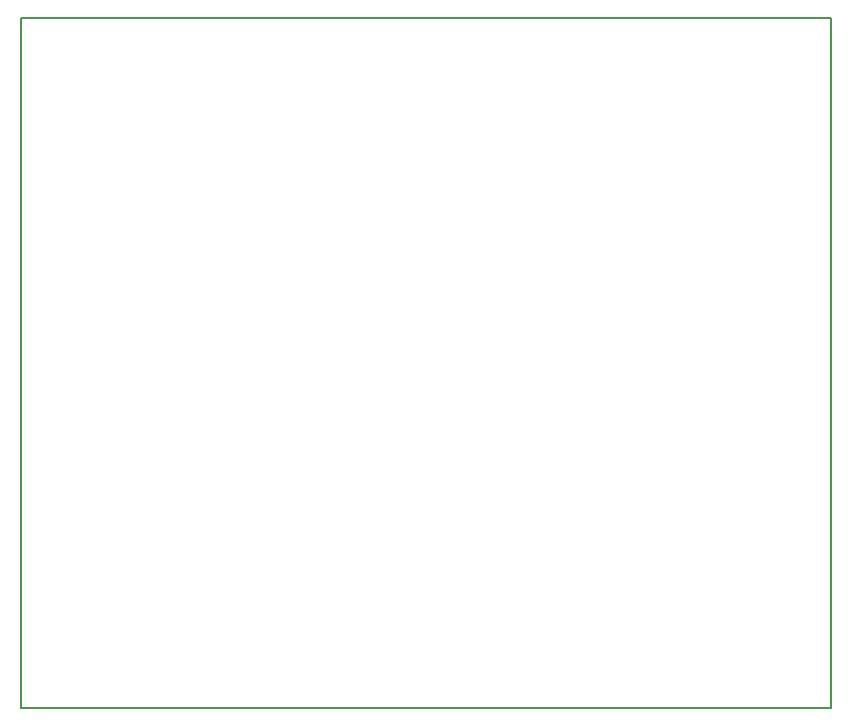
<source format=gbr>
G04 #@! TF.GenerationSoftware,KiCad,Pcbnew,5.1.2-f72e74a~84~ubuntu18.04.1*
G04 #@! TF.CreationDate,2020-03-17T17:37:26-04:00*
G04 #@! TF.ProjectId,knuth-gateway,6b6e7574-682d-4676-9174-657761792e6b,rev?*
G04 #@! TF.SameCoordinates,Original*
G04 #@! TF.FileFunction,Profile,NP*
%FSLAX46Y46*%
G04 Gerber Fmt 4.6, Leading zero omitted, Abs format (unit mm)*
G04 Created by KiCad (PCBNEW 5.1.2-f72e74a~84~ubuntu18.04.1) date 2020-03-17 17:37:26*
%MOMM*%
%LPD*%
G04 APERTURE LIST*
%ADD10C,0.150000*%
G04 APERTURE END LIST*
D10*
X1270000Y-2540000D02*
X1270000Y-1270000D01*
X69850000Y-2540000D02*
X69850000Y-1270000D01*
X69850000Y-59690000D02*
X67310000Y-59690000D01*
X69850000Y-2540000D02*
X69850000Y-59690000D01*
X67310000Y-1270000D02*
X69850000Y-1270000D01*
X1270000Y-59690000D02*
X67310000Y-59690000D01*
X67310000Y-1270000D02*
X1270000Y-1270000D01*
X1270000Y-2540000D02*
X1270000Y-59690000D01*
M02*

</source>
